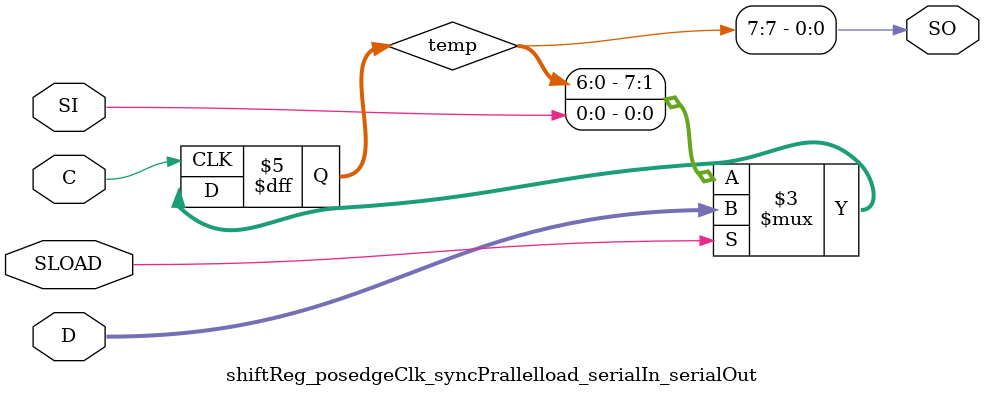
<source format=v>
`timescale 1ns / 1ps

module shiftReg_posedgeClk_syncPrallelload_serialIn_serialOut(
    input C,
    input SLOAD,
    input SI,
    input [7:0] D,
    output SO
    );
	 
	 reg [7:0] temp;
	 always @ (posedge C) begin
		if (SLOAD)
			temp <= D;
		else
			temp <= {temp[6:0], SI};
	 end
	 
	 assign SO = temp[7];

endmodule

</source>
